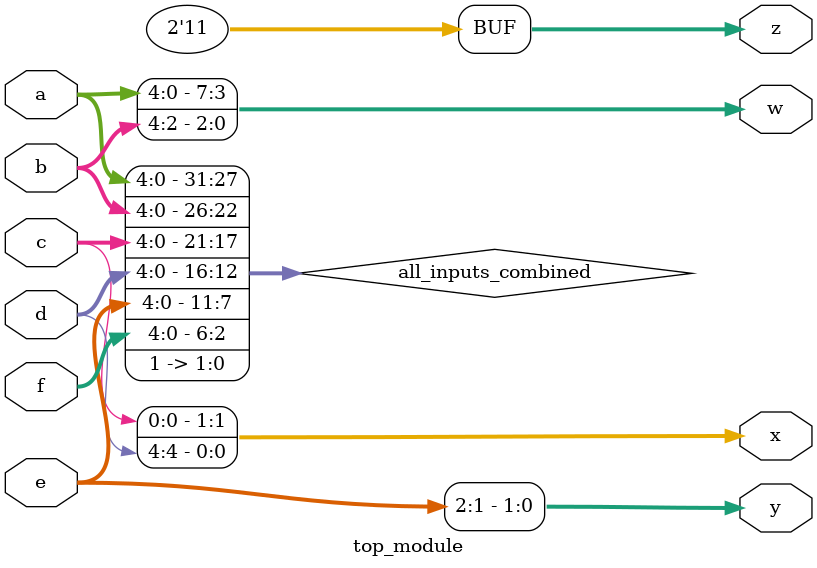
<source format=sv>
module top_module (
    input [4:0] a,
    input [4:0] b,
    input [4:0] c,
    input [4:0] d,
    input [4:0] e,
    input [4:0] f,
    output [7:0] w,
    output [7:8] x,
    output [7:8] y,
    output [7:8] z 
);

    // Concatenate inputs, append two 1 bits, and then split into 8-bit outputs
    wire [31:0] all_inputs_combined;
    assign all_inputs_combined = {a, b, c, d, e, f, 2'b11};
    
    assign w = all_inputs_combined[31:24];
    assign x = all_inputs_combined[23:16];
    assign y = all_inputs_combined[15:8];
    assign z = all_inputs_combined[7:0];

endmodule

</source>
